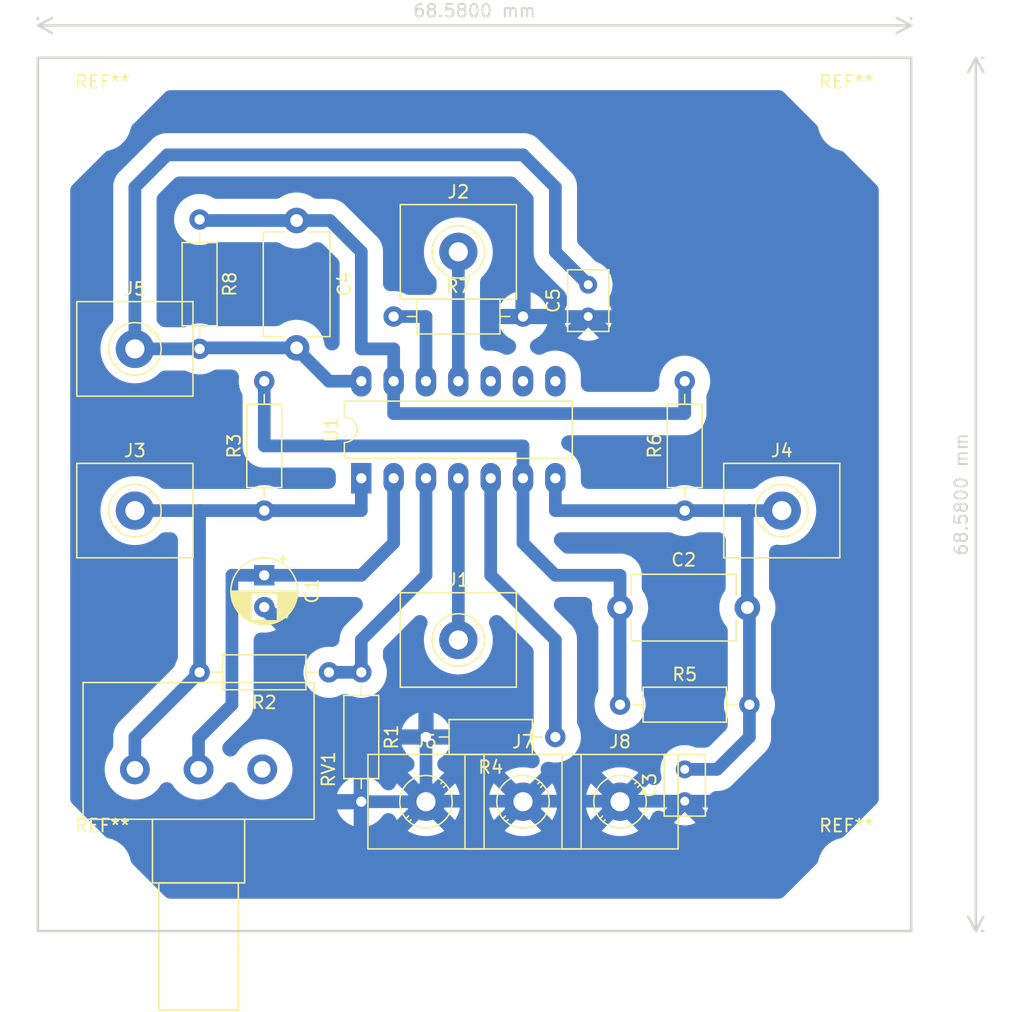
<source format=kicad_pcb>
(kicad_pcb (version 20211014) (generator pcbnew)
  (layers (0 "F.Cu" signal) (31 "B.Cu" signal) (34 "B.Paste" user) (35 "F.Paste" user) (36 "B.SilkS" user "B.Silkscreen") (37 "F.SilkS" user "F.Silkscreen") (38 "B.Mask" user) (39 "F.Mask" user) (44 "Edge.Cuts" user))
  (net 0 "")
  (net 1 "Net-(C1-Pad1)")
  (net 2 "GND")
  (net 3 "Net-(C2-Pad1)")
  (net 4 "Net-(C2-Pad2)")
  (net 5 "Net-(C4-Pad1)")
  (net 6 "Net-(C4-Pad2)")
  (net 7 "Net-(J1-Pad1)")
  (net 8 "Net-(J2-Pad1)")
  (net 9 "Net-(J3-Pad1)")
  (net 10 "Net-(R1-Pad1)")
  (net 11 "Net-(R4-Pad1)")
  (net 12 "Net-(R7-Pad1)")
  (footprint "TerminalBlock_MetzConnect:TerminalBlock_MetzConnect_360271_1x01_Horizontal_ScrewM3.0_Boxed" (layer "F.Cu") (at 144.78 55.88)
    (fp_text reference "J2" (at 0 -4.71) (layer "F.SilkS"))
    (fp_text value "Conn_01x01")
    (fp_line (start -1.376 1.124) (end -1.563 1.311) (layer "F.SilkS") (width 0.12))
    (fp_line (start -1.168 1.419) (end -1.312 1.563) (layer "F.SilkS") (width 0.12))
    (fp_line (start 1.563 -1.311) (end 1.376 -1.125) (layer "F.SilkS") (width 0.12))
    (fp_line (start -4.56 3.71) (end 4.56 3.71) (layer "F.SilkS") (width 0.12))
    (fp_line (start 4.56 -3.71) (end 4.56 3.71) (layer "F.SilkS") (width 0.12))
    (fp_line (start -4.56 -3.71) (end -4.56 3.71) (layer "F.SilkS") (width 0.12))
    (fp_line (start -4.56 -3.71) (end 4.56 -3.71) (layer "F.SilkS") (width 0.12))
    (fp_line (start 1.312 -1.563) (end 1.168 -1.419) (layer "F.SilkS") (width 0.12))
    (fp_circle (center 0 0) (end 2.06 0) (layer "F.SilkS") (width 0.12) (fill none))
    (pad "1" thru_hole circle (at 0 0) (size 3 3) (drill 1.5) (layers *.Cu *.Mask) (net 8 "Net-(J2-Pad1)"))
  )
  (footprint "MountingHole:MountingHole_2.1mm" (layer "F.Cu") (at 175.26 45.72)
    (fp_text reference "REF**" (at 0 -3.2) (layer "F.SilkS"))
    (fp_text value "MountingHole_2.1mm")
    (pad "" np_thru_hole circle (at 0 0) (size 2.1 2.1) (drill 2.1) (layers *.Cu *.Mask))
  )
  (footprint "TerminalBlock_MetzConnect:TerminalBlock_MetzConnect_360271_1x01_Horizontal_ScrewM3.0_Boxed" (layer "F.Cu") (at 142.24 99.06)
    (fp_text reference "J6" (at 0 -4.71) (layer "F.SilkS"))
    (fp_text value "Conn_01x01")
    (fp_line (start 1.563 -1.311) (end 1.376 -1.125) (layer "F.SilkS") (width 0.12))
    (fp_line (start 4.56 -3.71) (end 4.56 3.71) (layer "F.SilkS") (width 0.12))
    (fp_line (start -4.56 -3.71) (end 4.56 -3.71) (layer "F.SilkS") (width 0.12))
    (fp_line (start 1.312 -1.563) (end 1.168 -1.419) (layer "F.SilkS") (width 0.12))
    (fp_line (start -1.376 1.124) (end -1.563 1.311) (layer "F.SilkS") (width 0.12))
    (fp_line (start -4.56 -3.71) (end -4.56 3.71) (layer "F.SilkS") (width 0.12))
    (fp_line (start -1.168 1.419) (end -1.312 1.563) (layer "F.SilkS") (width 0.12))
    (fp_line (start -4.56 3.71) (end 4.56 3.71) (layer "F.SilkS") (width 0.12))
    (fp_circle (center 0 0) (end 2.06 0) (layer "F.SilkS") (width 0.12) (fill none))
    (pad "1" thru_hole circle (at 0 0) (size 3 3) (drill 1.5) (layers *.Cu *.Mask) (net 2 "GND"))
  )
  (footprint "MountingHole:MountingHole_2.1mm" (layer "F.Cu") (at 116.84 104.14)
    (fp_text reference "REF**" (at 0 -3.2) (layer "F.SilkS"))
    (fp_text value "MountingHole_2.1mm")
    (pad "" np_thru_hole circle (at 0 0) (size 2.1 2.1) (drill 2.1) (layers *.Cu *.Mask))
  )
  (footprint "MountingHole:MountingHole_2.1mm" (layer "F.Cu") (at 116.84 45.72)
    (fp_text reference "REF**" (at 0 -3.2) (layer "F.SilkS"))
    (fp_text value "MountingHole_2.1mm")
    (pad "" np_thru_hole circle (at 0 0) (size 2.1 2.1) (drill 2.1) (layers *.Cu *.Mask))
  )
  (footprint "Resistor_THT:R_Axial_DIN0207_L6.3mm_D2.5mm_P10.16mm_Horizontal" (layer "F.Cu") (at 124.46 53.34 -90)
    (fp_text reference "R8" (at 5.08 -2.37 90) (layer "F.SilkS"))
    (fp_text value "10k")
    (fp_line (start 1.81 -1.37) (end 1.81 1.37) (layer "F.SilkS") (width 0.12))
    (fp_line (start 9.12 0) (end 8.35 0) (layer "F.SilkS") (width 0.12))
    (fp_line (start 1.81 1.37) (end 8.35 1.37) (layer "F.SilkS") (width 0.12))
    (fp_line (start 1.04 0) (end 1.81 0) (layer "F.SilkS") (width 0.12))
    (fp_line (start 8.35 -1.37) (end 1.81 -1.37) (layer "F.SilkS") (width 0.12))
    (fp_line (start 8.35 1.37) (end 8.35 -1.37) (layer "F.SilkS") (width 0.12))
    (pad "1" thru_hole circle (at 0 0 270) (size 1.6 1.6) (drill 0.8) (layers *.Cu *.Mask) (net 5 "Net-(C4-Pad1)"))
    (pad "2" thru_hole oval (at 10.16 0 270) (size 1.6 1.6) (drill 0.8) (layers *.Cu *.Mask) (net 6 "Net-(C4-Pad2)"))
  )
  (footprint "TerminalBlock_MetzConnect:TerminalBlock_MetzConnect_360271_1x01_Horizontal_ScrewM3.0_Boxed" (layer "F.Cu") (at 144.78 86.36)
    (fp_text reference "J1" (at 0 -4.71) (layer "F.SilkS"))
    (fp_text value "Conn_01x01")
    (fp_line (start -4.56 3.71) (end 4.56 3.71) (layer "F.SilkS") (width 0.12))
    (fp_line (start -4.56 -3.71) (end 4.56 -3.71) (layer "F.SilkS") (width 0.12))
    (fp_line (start 4.56 -3.71) (end 4.56 3.71) (layer "F.SilkS") (width 0.12))
    (fp_line (start 1.563 -1.311) (end 1.376 -1.125) (layer "F.SilkS") (width 0.12))
    (fp_line (start -4.56 -3.71) (end -4.56 3.71) (layer "F.SilkS") (width 0.12))
    (fp_line (start -1.376 1.124) (end -1.563 1.311) (layer "F.SilkS") (width 0.12))
    (fp_line (start 1.312 -1.563) (end 1.168 -1.419) (layer "F.SilkS") (width 0.12))
    (fp_line (start -1.168 1.419) (end -1.312 1.563) (layer "F.SilkS") (width 0.12))
    (fp_circle (center 0 0) (end 2.06 0) (layer "F.SilkS") (width 0.12) (fill none))
    (pad "1" thru_hole circle (at 0 0) (size 3 3) (drill 1.5) (layers *.Cu *.Mask) (net 7 "Net-(J1-Pad1)"))
  )
  (footprint "Capacitor_THT:C_Rect_L4.6mm_W3.0mm_P2.50mm_MKS02_FKP02" (layer "F.Cu") (at 162.56 99.02 90)
    (fp_text reference "C3" (at 1.25 -2.75 90) (layer "F.SilkS"))
    (fp_text value "C")
    (fp_line (start -1.17 1.62) (end 3.67 1.62) (layer "F.SilkS") (width 0.12))
    (fp_line (start -1.17 -1.62) (end -1.17 1.62) (layer "F.SilkS") (width 0.12))
    (fp_line (start -1.17 -1.62) (end 3.67 -1.62) (layer "F.SilkS") (width 0.12))
    (fp_line (start 3.67 -1.62) (end 3.67 1.62) (layer "F.SilkS") (width 0.12))
    (pad "1" thru_hole circle (at 0 0 90) (size 1.4 1.4) (drill 0.7) (layers *.Cu *.Mask) (net 2 "GND"))
    (pad "2" thru_hole circle (at 2.5 0 90) (size 1.4 1.4) (drill 0.7) (layers *.Cu *.Mask) (net 4 "Net-(C2-Pad2)"))
  )
  (footprint "TerminalBlock_MetzConnect:TerminalBlock_MetzConnect_360271_1x01_Horizontal_ScrewM3.0_Boxed" (layer "F.Cu") (at 119.38 63.5)
    (fp_text reference "J5" (at 0 -4.71) (layer "F.SilkS"))
    (fp_text value "Conn_01x01")
    (fp_line (start 1.312 -1.563) (end 1.168 -1.419) (layer "F.SilkS") (width 0.12))
    (fp_line (start 1.563 -1.311) (end 1.376 -1.125) (layer "F.SilkS") (width 0.12))
    (fp_line (start -1.376 1.124) (end -1.563 1.311) (layer "F.SilkS") (width 0.12))
    (fp_line (start -1.168 1.419) (end -1.312 1.563) (layer "F.SilkS") (width 0.12))
    (fp_line (start -4.56 3.71) (end 4.56 3.71) (layer "F.SilkS") (width 0.12))
    (fp_line (start -4.56 -3.71) (end -4.56 3.71) (layer "F.SilkS") (width 0.12))
    (fp_line (start 4.56 -3.71) (end 4.56 3.71) (layer "F.SilkS") (width 0.12))
    (fp_line (start -4.56 -3.71) (end 4.56 -3.71) (layer "F.SilkS") (width 0.12))
    (fp_circle (center 0 0) (end 2.06 0) (layer "F.SilkS") (width 0.12) (fill none))
    (pad "1" thru_hole circle (at 0 0) (size 3 3) (drill 1.5) (layers *.Cu *.Mask) (net 6 "Net-(C4-Pad2)"))
  )
  (footprint "Capacitor_THT:C_Disc_D8.0mm_W5.0mm_P10.00mm" (layer "F.Cu") (at 132.08 53.42 -90)
    (fp_text reference "C4" (at 5 -3.75 90) (layer "F.SilkS"))
    (fp_text value "C")
    (fp_line (start 0.88 -2.62) (end 0.88 -0.946) (layer "F.SilkS") (width 0.12))
    (fp_line (start 0.88 0.946) (end 0.88 2.62) (layer "F.SilkS") (width 0.12))
    (fp_line (start 9.12 -2.62) (end 9.12 -0.946) (layer "F.SilkS") (width 0.12))
    (fp_line (start 0.88 -2.62) (end 9.12 -2.62) (layer "F.SilkS") (width 0.12))
    (fp_line (start 9.12 0.946) (end 9.12 2.62) (layer "F.SilkS") (width 0.12))
    (fp_line (start 0.88 2.62) (end 9.12 2.62) (layer "F.SilkS") (width 0.12))
    (pad "1" thru_hole circle (at 0 0 270) (size 2 2) (drill 1) (layers *.Cu *.Mask) (net 5 "Net-(C4-Pad1)"))
    (pad "2" thru_hole circle (at 10 0 270) (size 2 2) (drill 1) (layers *.Cu *.Mask) (net 6 "Net-(C4-Pad2)"))
  )
  (footprint "Resistor_THT:R_Axial_DIN0207_L6.3mm_D2.5mm_P10.16mm_Horizontal" (layer "F.Cu") (at 129.54 76.2 90)
    (fp_text reference "R3" (at 5.08 -2.37 90) (layer "F.SilkS"))
    (fp_text value "10k")
    (fp_line (start 8.35 -1.37) (end 1.81 -1.37) (layer "F.SilkS") (width 0.12))
    (fp_line (start 1.81 1.37) (end 8.35 1.37) (layer "F.SilkS") (width 0.12))
    (fp_line (start 1.04 0) (end 1.81 0) (layer "F.SilkS") (width 0.12))
    (fp_line (start 1.81 -1.37) (end 1.81 1.37) (layer "F.SilkS") (width 0.12))
    (fp_line (start 8.35 1.37) (end 8.35 -1.37) (layer "F.SilkS") (width 0.12))
    (fp_line (start 9.12 0) (end 8.35 0) (layer "F.SilkS") (width 0.12))
    (pad "1" thru_hole circle (at 0 0 90) (size 1.6 1.6) (drill 0.8) (layers *.Cu *.Mask) (net 9 "Net-(J3-Pad1)"))
    (pad "2" thru_hole oval (at 10.16 0 90) (size 1.6 1.6) (drill 0.8) (layers *.Cu *.Mask) (net 3 "Net-(C2-Pad1)"))
  )
  (footprint "TerminalBlock_MetzConnect:TerminalBlock_MetzConnect_360271_1x01_Horizontal_ScrewM3.0_Boxed" (layer "F.Cu") (at 149.86 99.06)
    (fp_text reference "J7" (at 0 -4.71) (layer "F.SilkS"))
    (fp_text value "Conn_01x01")
    (fp_line (start -1.168 1.419) (end -1.312 1.563) (layer "F.SilkS") (width 0.12))
    (fp_line (start 4.56 -3.71) (end 4.56 3.71) (layer "F.SilkS") (width 0.12))
    (fp_line (start -4.56 3.71) (end 4.56 3.71) (layer "F.SilkS") (width 0.12))
    (fp_line (start -1.376 1.124) (end -1.563 1.311) (layer "F.SilkS") (width 0.12))
    (fp_line (start 1.312 -1.563) (end 1.168 -1.419) (layer "F.SilkS") (width 0.12))
    (fp_line (start -4.56 -3.71) (end 4.56 -3.71) (layer "F.SilkS") (width 0.12))
    (fp_line (start 1.563 -1.311) (end 1.376 -1.125) (layer "F.SilkS") (width 0.12))
    (fp_line (start -4.56 -3.71) (end -4.56 3.71) (layer "F.SilkS") (width 0.12))
    (fp_circle (center 0 0) (end 2.06 0) (layer "F.SilkS") (width 0.12) (fill none))
    (pad "1" thru_hole circle (at 0 0) (size 3 3) (drill 1.5) (layers *.Cu *.Mask) (net 2 "GND"))
  )
  (footprint "MountingHole:MountingHole_2.1mm" (layer "F.Cu") (at 175.26 104.14)
    (fp_text reference "REF**" (at 0 -3.2) (layer "F.SilkS"))
    (fp_text value "MountingHole_2.1mm")
    (pad "" np_thru_hole circle (at 0 0) (size 2.1 2.1) (drill 2.1) (layers *.Cu *.Mask))
  )
  (footprint "Resistor_THT:R_Axial_DIN0207_L6.3mm_D2.5mm_P10.16mm_Horizontal" (layer "F.Cu") (at 152.4 93.98 180)
    (fp_text reference "R4" (at 5.08 -2.37) (layer "F.SilkS"))
    (fp_text value "10k")
    (fp_line (start 8.35 -1.37) (end 1.81 -1.37) (layer "F.SilkS") (width 0.12))
    (fp_line (start 1.81 -1.37) (end 1.81 1.37) (layer "F.SilkS") (width 0.12))
    (fp_line (start 9.12 0) (end 8.35 0) (layer "F.SilkS") (width 0.12))
    (fp_line (start 1.04 0) (end 1.81 0) (layer "F.SilkS") (width 0.12))
    (fp_line (start 1.81 1.37) (end 8.35 1.37) (layer "F.SilkS") (width 0.12))
    (fp_line (start 8.35 1.37) (end 8.35 -1.37) (layer "F.SilkS") (width 0.12))
    (pad "1" thru_hole circle (at 0 0 180) (size 1.6 1.6) (drill 0.8) (layers *.Cu *.Mask) (net 11 "Net-(R4-Pad1)"))
    (pad "2" thru_hole oval (at 10.16 0 180) (size 1.6 1.6) (drill 0.8) (layers *.Cu *.Mask) (net 2 "GND"))
  )
  (footprint "Resistor_THT:R_Axial_DIN0207_L6.3mm_D2.5mm_P10.16mm_Horizontal" (layer "F.Cu") (at 139.7 60.96)
    (fp_text reference "R7" (at 5.08 -2.37) (layer "F.SilkS"))
    (fp_text value "10k")
    (fp_line (start 1.04 0) (end 1.81 0) (layer "F.SilkS") (width 0.12))
    (fp_line (start 1.81 1.37) (end 8.35 1.37) (layer "F.SilkS") (width 0.12))
    (fp_line (start 1.81 -1.37) (end 1.81 1.37) (layer "F.SilkS") (width 0.12))
    (fp_line (start 8.35 -1.37) (end 1.81 -1.37) (layer "F.SilkS") (width 0.12))
    (fp_line (start 8.35 1.37) (end 8.35 -1.37) (layer "F.SilkS") (width 0.12))
    (fp_line (start 9.12 0) (end 8.35 0) (layer "F.SilkS") (width 0.12))
    (pad "1" thru_hole circle (at 0 0) (size 1.6 1.6) (drill 0.8) (layers *.Cu *.Mask) (net 12 "Net-(R7-Pad1)"))
    (pad "2" thru_hole oval (at 10.16 0) (size 1.6 1.6) (drill 0.8) (layers *.Cu *.Mask) (net 2 "GND"))
  )
  (footprint "Capacitor_THT:C_Rect_L4.6mm_W3.0mm_P2.50mm_MKS02_FKP02" (layer "F.Cu") (at 154.98 60.96 90)
    (fp_text reference "C5" (at 1.25 -2.75 90) (layer "F.SilkS"))
    (fp_text value "C")
    (fp_line (start -1.17 -1.62) (end -1.17 1.62) (layer "F.SilkS") (width 0.12))
    (fp_line (start 3.67 -1.62) (end 3.67 1.62) (layer "F.SilkS") (width 0.12))
    (fp_line (start -1.17 1.62) (end 3.67 1.62) (layer "F.SilkS") (width 0.12))
    (fp_line (start -1.17 -1.62) (end 3.67 -1.62) (layer "F.SilkS") (width 0.12))
    (pad "1" thru_hole circle (at 0 0 90) (size 1.4 1.4) (drill 0.7) (layers *.Cu *.Mask) (net 2 "GND"))
    (pad "2" thru_hole circle (at 2.5 0 90) (size 1.4 1.4) (drill 0.7) (layers *.Cu *.Mask) (net 6 "Net-(C4-Pad2)"))
  )
  (footprint "Package_DIP:DIP-14_W7.62mm_LongPads" (layer "F.Cu") (at 137.16 73.66 90)
    (fp_text reference "U1" (at 3.81 -2.33 90) (layer "F.SilkS"))
    (fp_text value "LM324A")
    (fp_line (start 6.06 -1.33) (end 4.81 -1.33) (layer "F.SilkS") (width 0.12))
    (fp_line (start 2.81 -1.33) (end 1.56 -1.33) (layer "F.SilkS") (width 0.12))
    (fp_line (start 1.56 -1.33) (end 1.56 16.57) (layer "F.SilkS") (width 0.12))
    (fp_line (start 1.56 16.57) (end 6.06 16.57) (layer "F.SilkS") (width 0.12))
    (fp_line (start 6.06 16.57) (end 6.06 -1.33) (layer "F.SilkS") (width 0.12))
    (fp_arc (start 4.81 -1.33) (mid 3.81 -0.33) (end 2.81 -1.33) (layer "F.SilkS") (width 0.12))
    (pad "1" thru_hole rect (at 0 0 90) (size 2.4 1.6) (drill 0.8) (layers *.Cu *.Mask) (net 9 "Net-(J3-Pad1)"))
    (pad "2" thru_hole oval (at 0 2.54 90) (size 2.4 1.6) (drill 0.8) (layers *.Cu *.Mask) (net 1 "Net-(C1-Pad1)"))
    (pad "3" thru_hole oval (at 0 5.08 90) (size 2.4 1.6) (drill 0.8) (layers *.Cu *.Mask) (net 10 "Net-(R1-Pad1)"))
    (pad "4" thru_hole oval (at 0 7.62 90) (size 2.4 1.6) (drill 0.8) (layers *.Cu *.Mask) (net 7 "Net-(J1-Pad1)"))
    (pad "5" thru_hole oval (at 0 10.16 90) (size 2.4 1.6) (drill 0.8) (layers *.Cu *.Mask) (net 11 "Net-(R4-Pad1)"))
    (pad "6" thru_hole oval (at 0 12.7 90) (size 2.4 1.6) (drill 0.8) (layers *.Cu *.Mask) (net 3 "Net-(C2-Pad1)"))
    (pad "7" thru_hole oval (at 0 15.24 90) (size 2.4 1.6) (drill 0.8) (layers *.Cu *.Mask) (net 4 "Net-(C2-Pad2)"))
    (pad "8" thru_hole oval (at 7.62 15.24 90) (size 2.4 1.6) (drill 0.8) (layers *.Cu *.Mask))
    (pad "9" thru_hole oval (at 7.62 12.7 90) (size 2.4 1.6) (drill 0.8) (layers *.Cu *.Mask))
    (pad "10" thru_hole oval (at 7.62 10.16 90) (size 2.4 1.6) (drill 0.8) (layers *.Cu *.Mask))
    (pad "11" thru_hole oval (at 7.62 7.62 90) (size 2.4 1.6) (drill 0.8) (layers *.Cu *.Mask) (net 8 "Net-(J2-Pad1)"))
    (pad "12" thru_hole oval (at 7.62 5.08 90) (size 2.4 1.6) (drill 0.8) (layers *.Cu *.Mask) (net 12 "Net-(R7-Pad1)"))
    (pad "13" thru_hole oval (at 7.62 2.54 90) (size 2.4 1.6) (drill 0.8) (layers *.Cu *.Mask) (net 5 "Net-(C4-Pad1)"))
    (pad "14" thru_hole oval (at 7.62 0 90) (size 2.4 1.6) (drill 0.8) (layers *.Cu *.Mask) (net 6 "Net-(C4-Pad2)"))
  )
  (footprint "Potentiometer_THT:Potentiometer_Alps_RK163_Single_Horizontal" (layer "F.Cu") (at 119.38 96.52 -90)
    (fp_text reference "RV1" (at 0 -15.2 90) (layer "F.SilkS"))
    (fp_text value "100k")
    (fp_line (start -6.82 -14.07) (end 3.92 -14.07) (layer "F.SilkS") (width 0.12))
    (fp_line (start 3.92 -8.62) (end 8.92 -8.62) (layer "F.SilkS") (width 0.12))
    (fp_line (start -6.82 4.07) (end 3.92 4.07) (layer "F.SilkS") (width 0.12))
    (fp_line (start 8.92 -1.879) (end 18.92 -1.879) (layer "F.SilkS") (width 0.12))
    (fp_line (start 3.92 -8.62) (end 3.92 -1.38) (layer "F.SilkS") (width 0.12))
    (fp_line (start 8.92 -8.62) (end 8.92 -1.38) (layer "F.SilkS") (width 0.12))
    (fp_line (start 18.92 -8.12) (end 18.92 -1.879) (layer "F.SilkS") (width 0.12))
    (fp_line (start 8.92 -8.12) (end 8.92 -1.879) (layer "F.SilkS") (width 0.12))
    (fp_line (start -6.82 -14.07) (end -6.82 4.07) (layer "F.SilkS") (width 0.12))
    (fp_line (start 3.92 -14.07) (end 3.92 4.07) (layer "F.SilkS") (width 0.12))
    (fp_line (start 8.92 -8.12) (end 18.92 -8.12) (layer "F.SilkS") (width 0.12))
    (fp_line (start 3.92 -1.38) (end 8.92 -1.38) (layer "F.SilkS") (width 0.12))
    (pad "1" thru_hole circle (at 0 0 270) (size 2.34 2.34) (drill 1.3) (layers *.Cu *.Mask) (net 9 "Net-(J3-Pad1)"))
    (pad "2" thru_hole circle (at 0 -5 270) (size 2.34 2.34) (drill 1.3) (layers *.Cu *.Mask) (net 1 "Net-(C1-Pad1)"))
    (pad "3" thru_hole circle (at 0 -10 270) (size 2.34 2.34) (drill 1.3) (layers *.Cu *.Mask))
  )
  (footprint "TerminalBlock_MetzConnect:TerminalBlock_MetzConnect_360271_1x01_Horizontal_ScrewM3.0_Boxed" (layer "F.Cu") (at 119.38 76.2)
    (fp_text reference "J3" (at 0 -4.71) (layer "F.SilkS"))
    (fp_text value "Conn_01x01")
    (fp_line (start 4.56 -3.71) (end 4.56 3.71) (layer "F.SilkS") (width 0.12))
    (fp_line (start 1.563 -1.311) (end 1.376 -1.125) (layer "F.SilkS") (width 0.12))
    (fp_line (start -4.56 -3.71) (end 4.56 -3.71) (layer "F.SilkS") (width 0.12))
    (fp_line (start -4.56 -3.71) (end -4.56 3.71) (layer "F.SilkS") (width 0.12))
    (fp_line (start -4.56 3.71) (end 4.56 3.71) (layer "F.SilkS") (width 0.12))
    (fp_line (start -1.376 1.124) (end -1.563 1.311) (layer "F.SilkS") (width 0.12))
    (fp_line (start -1.168 1.419) (end -1.312 1.563) (layer "F.SilkS") (width 0.12))
    (fp_line (start 1.312 -1.563) (end 1.168 -1.419) (layer "F.SilkS") (width 0.12))
    (fp_circle (center 0 0) (end 2.06 0) (layer "F.SilkS") (width 0.12) (fill none))
    (pad "1" thru_hole circle (at 0 0) (size 3 3) (drill 1.5) (layers *.Cu *.Mask) (net 9 "Net-(J3-Pad1)"))
  )
  (footprint "Capacitor_THT:C_Disc_D8.0mm_W5.0mm_P10.00mm" (layer "F.Cu") (at 157.48 83.82)
    (fp_text reference "C2" (at 5 -3.75) (layer "F.SilkS"))
    (fp_text value "C")
    (fp_line (start 9.12 0.946) (end 9.12 2.62) (layer "F.SilkS") (width 0.12))
    (fp_line (start 0.88 -2.62) (end 0.88 -0.946) (layer "F.SilkS") (width 0.12))
    (fp_line (start 0.88 2.62) (end 9.12 2.62) (layer "F.SilkS") (width 0.12))
    (fp_line (start 0.88 -2.62) (end 9.12 -2.62) (layer "F.SilkS") (width 0.12))
    (fp_line (start 0.88 0.946) (end 0.88 2.62) (layer "F.SilkS") (width 0.12))
    (fp_line (start 9.12 -2.62) (end 9.12 -0.946) (layer "F.SilkS") (width 0.12))
    (pad "1" thru_hole circle (at 0 0) (size 2 2) (drill 1) (layers *.Cu *.Mask) (net 3 "Net-(C2-Pad1)"))
    (pad "2" thru_hole circle (at 10 0) (size 2 2) (drill 1) (layers *.Cu *.Mask) (net 4 "Net-(C2-Pad2)"))
  )
  (footprint "Resistor_THT:R_Axial_DIN0207_L6.3mm_D2.5mm_P10.16mm_Horizontal" (layer "F.Cu") (at 162.56 76.2 90)
    (fp_text reference "R6" (at 5.08 -2.37 90) (layer "F.SilkS"))
    (fp_text value "10k")
    (fp_line (start 8.35 -1.37) (end 1.81 -1.37) (layer "F.SilkS") (width 0.12))
    (fp_line (start 1.04 0) (end 1.81 0) (layer "F.SilkS") (width 0.12))
    (fp_line (start 8.35 1.37) (end 8.35 -1.37) (layer "F.SilkS") (width 0.12))
    (fp_line (start 1.81 -1.37) (end 1.81 1.37) (layer "F.SilkS") (width 0.12))
    (fp_line (start 1.81 1.37) (end 8.35 1.37) (layer "F.SilkS") (width 0.12))
    (fp_line (start 9.12 0) (end 8.35 0) (layer "F.SilkS") (width 0.12))
    (pad "1" thru_hole circle (at 0 0 90) (size 1.6 1.6) (drill 0.8) (layers *.Cu *.Mask) (net 4 "Net-(C2-Pad2)"))
    (pad "2" thru_hole oval (at 10.16 0 90) (size 1.6 1.6) (drill 0.8) (layers *.Cu *.Mask) (net 5 "Net-(C4-Pad1)"))
  )
  (footprint "Capacitor_THT:CP_Radial_D5.0mm_P2.50mm" (layer "F.Cu") (at 129.54 81.28 -90)
    (fp_text reference "C1" (at 1.25 -3.75 90) (layer "F.SilkS"))
    (fp_text value "1u")
    (fp_line (start 1.93 1.04) (end 1.93 2.491) (layer "F.SilkS") (width 0.12))
    (fp_line (start 1.73 1.04) (end 1.73 2.536) (layer "F.SilkS") (width 0.12))
    (fp_line (start 2.171 -2.414) (end 2.171 -1.04) (layer "F.SilkS") (width 0.12))
    (fp_line (start 1.81 1.04) (end 1.81 2.52) (layer "F.SilkS") (width 0.12))
    (fp_line (start 3.131 1.04) (end 3.131 1.785) (layer "F.SilkS") (width 0.12))
    (fp_line (start 1.57 1.04) (end 1.57 2.561) (layer "F.SilkS") (width 0.12))
    (fp_line (start 2.451 -2.29) (end 2.451 -1.04) (layer "F.SilkS") (width 0.12))
    (fp_line (start 3.171 -1.743) (end 3.171 -1.04) (layer "F.SilkS") (width 0.12))
    (fp_line (start 2.891 1.04) (end 2.891 2.004) (layer "F.SilkS") (width 0.12))
    (fp_line (start 3.211 -1.699) (end 3.211 -1.04) (layer "F.SilkS") (width 0.12))
    (fp_line (start 2.611 -2.2) (end 2.611 -1.04) (layer "F.SilkS") (width 0.12))
    (fp_line (start 2.571 1.04) (end 2.571 2.224) (layer "F.SilkS") (width 0.12))
    (fp_line (start 1.49 -2.569) (end 1.49 -1.04) (layer "F.SilkS") (width 0.12))
    (fp_line (start 3.211 1.04) (end 3.211 1.699) (layer "F.SilkS") (width 0.12))
    (fp_line (start 2.331 1.04) (end 2.331 2.348) (layer "F.SilkS") (width 0.12))
    (fp_line (start 2.811 1.04) (end 2.811 2.065) (layer "F.SilkS") (width 0.12))
    (fp_line (start 3.771 -0.677) (end 3.771 0.677) (layer "F.SilkS") (width 0.12))
    (fp_line (start 2.211 1.04) (end 2.211 2.398) (layer "F.SilkS") (width 0.12))
    (fp_line (start 2.571 -2.224) (end 2.571 -1.04) (layer "F.SilkS") (width 0.12))
    (fp_line (start -1.554775 -1.475) (end -1.054775 -1.475) (layer "F.SilkS") (width 0.12))
    (fp_line (start 2.931 1.04) (end 2.931 1.971) (layer "F.SilkS") (width 0.12))
    (fp_line (start 2.891 -2.004) (end 2.891 -1.04) (layer "F.SilkS") (width 0.12))
    (fp_line (start 1.25 -2.58) (end 1.25 2.58) (layer "F.SilkS") (width 0.12))
    (fp_line (start 3.491 -1.319) (end 3.491 -1.04) (layer "F.SilkS") (width 0.12))
    (fp_line (start 3.531 -1.251) (end 3.531 -1.04) (layer "F.SilkS") (width 0.12))
    (fp_line (start 3.691 -0.915) (end 3.691 0.915) (layer "F.SilkS") (width 0.12))
    (fp_line (start 2.491 1.04) (end 2.491 2.268) (layer "F.SilkS") (width 0.12))
    (fp_line (start 3.051 1.04) (end 3.051 1.864) (layer "F.SilkS") (width 0.12))
    (fp_line (start 1.93 -2.491) (end 1.93 -1.04) (layer "F.SilkS") (width 0.12))
    (fp_line (start 2.291 1.04) (end 2.291 2.365) (layer "F.SilkS") (width 0.12))
    (fp_line (start 1.37 -2.578) (end 1.37 2.578) (layer "F.SilkS") (width 0.12))
    (fp_line (start 1.61 1.04) (end 1.61 2.556) (layer "F.SilkS") (width 0.12))
    (fp_line (start 1.85 -2.511) (end 1.85 -1.04) (layer "F.SilkS") (width 0.12))
    (fp_line (start 2.011 1.04) (end 2.011 2.468) (layer "F.SilkS") (width 0.12))
    (fp_line (start 3.371 -1.5) (end 3.371 -1.04) (layer "F.SilkS") (width 0.12))
    (fp_line (start 2.371 -2.329) (end 2.371 -1.04) (layer "F.SilkS") (width 0.12))
    (fp_line (start 1.89 -2.501) (end 1.89 -1.04) (layer "F.SilkS") (width 0.12))
    (fp_line (start 2.251 1.04) (end 2.251 2.382) (layer "F.SilkS") (width 0.12))
    (fp_line (start 2.051 1.04) (end 2.051 2.455) (layer "F.SilkS") (width 0.12))
    (fp_line (start 3.051 -1.864) (end 3.051 -1.04) (layer "F.SilkS") (width 0.12))
    (fp_line (start 3.851 -0.284) (end 3.851 0.284) (layer "F.SilkS") (width 0.12))
    (fp_line (start 3.131 -1.785) (end 3.131 -1.04) (layer "F.SilkS") (width 0.12))
    (fp_line (start 2.691 1.04) (end 2.691 2.149) (layer "F.SilkS") (width 0.12))
    (fp_line (start 2.731 1.04) (end 2.731 2.122) (layer "F.SilkS") (width 0.12))
    (fp_line (start 3.091 -1.826) (end 3.091 -1.04) (layer "F.SilkS") (width 0.12))
    (fp_line (start 2.531 -2.247) (end 2.531 -1.04) (layer "F.SilkS") (width 0.12))
    (fp_line (start -1.304775 -1.725) (end -1.304775 -1.225) (layer "F.SilkS") (width 0.12))
    (fp_line (start 3.171 1.04) (end 3.171 1.743) (layer "F.SilkS") (width 0.12))
    (fp_line (start 3.491 1.04) (end 3.491 1.319) (layer "F.SilkS") (width 0.12))
    (fp_line (start 2.971 1.04) (end 2.971 1.937) (layer "F.SilkS") (width 0.12))
    (fp_line (start 2.531 1.04) (end 2.531 2.247) (layer "F.SilkS") (width 0.12))
    (fp_line (start 3.571 -1.178) (end 3.571 1.178) (layer "F.SilkS") (width 0.12))
    (fp_line (start 3.291 1.04) (end 3.291 1.605) (layer "F.SilkS") (width 0.12))
    (fp_line (start 3.291 -1.605) (end 3.291 -1.04) (layer "F.SilkS") (width 0.12))
    (fp_line (start 2.731 -2.122) (end 2.731 -1.04) (layer "F.SilkS") (width 0.12))
    (fp_line (start 3.531 1.04) (end 3.531 1.251) (layer "F.SilkS") (width 0.12))
    (fp_line (start 1.29 -2.58) (end 1.29 2.58) (layer "F.SilkS") (width 0.12))
    (fp_line (start 2.251 -2.382) (end 2.251 -1.04) (layer "F.SilkS") (width 0.12))
    (fp_line (start 2.691 -2.149) (end 2.691 -1.04) (layer "F.SilkS") (width 0.12))
    (fp_line (start 3.651 -1.011) (end 3.651 1.011) (layer "F.SilkS") (width 0.12))
    (fp_line (start 2.611 1.04) (end 2.611 2.2) (layer "F.SilkS") (width 0.12))
    (fp_line (start 1.65 1.04) (end 1.65 2.55) (layer "F.SilkS") (width 0.12))
    (fp_line (start 3.731 -0.805) (end 3.731 0.805) (layer "F.SilkS") (width 0.12))
    (fp_line (start 1.41 -2.576) (end 1.41 2.576) (layer "F.SilkS") (width 0.12))
    (fp_line (start 2.091 1.04) (end 2.091 2.442) (layer "F.SilkS") (width 0.12))
    (fp_line (start 1.49 1.04) (end 1.49 2.569) (layer "F.SilkS") (width 0.12))
    (fp_line (start 3.011 1.04) (end 3.011 1.901) (layer "F.SilkS") (width 0.12))
    (fp_line (start 3.251 1.04) (end 3.251 1.653) (layer "F.SilkS") (width 0.12))
    (fp_line (start 2.051 -2.455) (end 2.051 -1.04) (layer "F.SilkS") (width 0.12))
    (fp_line (start 2.131 1.04) (end 2.131 2.428) (layer "F.SilkS") (width 0.12))
    (fp_line (start 2.771 -2.095) (end 2.771 -1.04) (layer "F.SilkS") (width 0.12))
    (fp_line (start 2.771 1.04) (end 2.771 2.095) (layer "F.SilkS") (width 0.12))
    (fp_line (start 2.971 -1.937) (end 2.971 -1.04) (layer "F.SilkS") (width 0.12))
    (fp_line (start 2.651 1.04) (end 2.651 2.175) (layer "F.SilkS") (width 0.12))
    (fp_line (start 2.851 -2.035) (end 2.851 -1.04) (layer "F.SilkS") (width 0.12))
    (fp_line (start 1.77 1.04) (end 1.77 2.528) (layer "F.SilkS") (width 0.12))
    (fp_line (start 1.85 1.04) (end 1.85 2.511) (layer "F.SilkS") (width 0.12))
    (fp_line (start 3.451 1.04) (end 3.451 1.383) (layer "F.SilkS") (width 0.12))
    (fp_line (start 2.331 -2.348) (end 2.331 -1.04) (layer "F.SilkS") (width 0.12))
    (fp_line (start 2.651 -2.175) (end 2.651 -1.04) (layer "F.SilkS") (width 0.12))
    (fp_line (start 1.33 -2.579) (end 1.33 2.579) (layer "F.SilkS") (width 0.12))
    (fp_line (start 1.971 -2.48) (end 1.971 -1.04) (layer "F.SilkS") (width 0.12))
    (fp_line (start 2.451 1.04) (end 2.451 2.29) (layer "F.SilkS") (width 0.12))
    (fp_line (start 2.411 1.04) (end 2.411 2.31) (layer "F.SilkS") (width 0.12))
    (fp_line (start 1.65 -2.55) (end 1.65 -1.04) (layer "F.SilkS") (width 0.12))
    (fp_line (start 1.45 -2.573) (end 1.45 2.573) (layer "F.SilkS") (width 0.12))
    (fp_line (start 2.131 -2.428) (end 2.131 -1.04) (layer "F.SilkS") (width 0.12))
    (fp_line (start 1.73 -2.536) (end 1.73 -1.04) (layer "F.SilkS") (width 0.12))
    (fp_line (start 1.69 -2.543) (end 1.69 -1.04) (layer "F.SilkS") (width 0.12))
    (fp_line (start 3.371 1.04) (end 3.371 1.5) (layer "F.SilkS") (width 0.12))
    (fp_line (start 3.611 -1.098) (end 3.611 1.098) (layer "F.SilkS") (width 0.12))
    (fp_line (start 2.931 -1.971) (end 2.931 -1.04) (layer "F.SilkS") (width 0.12))
    (fp_line (start 2.091 -2.442) (end 2.091 -1.04) (layer "F.SilkS") (width 0.12))
    (fp_line (start 2.851 1.04) (end 2.851 2.035) (layer "F.SilkS") (width 0.12))
    (fp_line (start 2.411 -2.31) (end 2.411 -1.04) (layer "F.SilkS") (width 0.12))
    (fp_line (start 2.811 -2.065) (end 2.811 -1.04) (layer "F.SilkS") (width 0.12))
    (fp_line (start 3.011 -1.901) (end 3.011 -1.04) (layer "F.SilkS") (width 0.12))
    (fp_line (start 3.411 -1.443) (end 3.411 -1.04) (layer "F.SilkS") (width 0.12))
    (fp_line (start 1.53 1.04) (end 1.53 2.565) (layer "F.SilkS") (width 0.12))
    (fp_line (start 2.171 1.04) (end 2.171 2.414) (layer "F.SilkS") (width 0.12))
    (fp_line (start 3.251 -1.653) (end 3.251 -1.04) (layer "F.SilkS") (width 0.12))
    (fp_line (start 1.61 -2.556) (end 1.61 -1.04) (layer "F.SilkS") (width 0.12))
    (fp_line (start 1.971 1.04) (end 1.971 2.48) (layer "F.SilkS") (width 0.12))
    (fp_line (start 2.011 -2.468) (end 2.011 -1.04) (layer "F.SilkS") (width 0.12))
    (fp_line (start 3.411 1.04) (end 3.411 1.443) (layer "F.SilkS") (width 0.12))
    (fp_line (start 3.811 -0.518) (end 3.811 0.518) (layer "F.SilkS") (width 0.12))
    (fp_line (start 1.57 -2.561) (end 1.57 -1.04) (layer "F.SilkS") (width 0.12))
    (fp_line (start 2.491 -2.268) (end 2.491 -1.04) (layer "F.SilkS") (width 0.12))
    (fp_line (start 3.331 1.04) (end 3.331 1.554) (layer "F.SilkS") (width 0.12))
    (fp_line (start 1.89 1.04) (end 1.89 2.501) (layer "F.SilkS") (width 0.12))
    (fp_line (start 3.331 -1.554) (end 3.331 -1.04) (layer "F.SilkS") (width 0.12))
    (fp_line (start 2.211 -2.398) (end 2.211 -1.04) (layer "F.SilkS") (width 0.12))
    (fp_line (start 1.53 -2.565) (end 1.53 -1.04) (layer "F.SilkS") (width 0.12))
    (fp_line (start 3.091 1.04) (end 3.091 1.826) (layer "F.SilkS") (width 0.12))
    (fp_line (start 2.291 -2.365) (end 2.291 -1.04) (layer "F.SilkS") (width 0.12))
    (fp_line (start 1.69 1.04) (end 1.69 2.543) (layer "F.SilkS") (width 0.12))
    (fp_line (start 1.81 -2.52) (end 1.81 -1.04) (layer "F.SilkS") (width 0.12))
    (fp_line (start 3.451 -1.383) (end 3.451 -1.04) (layer "F.SilkS") (width 0.12))
    (fp_line (start 2.371 1.04) (end 2.371 2.329) (layer "F.SilkS") (width 0.12))
    (fp_line (start 1.77 -2.528) (end 1.77 -1.04) (layer "F.SilkS") (width 0.12))
    (fp_circle (center 1.25 0) (end 3.87 0) (layer "F.SilkS") (width 0.12) (fill none))
    (pad "1" thru_hole rect (at 0 0 270) (size 1.6 1.6) (drill 0.8) (layers *.Cu *.Mask) (net 1 "Net-(C1-Pad1)"))
    (pad "2" thru_hole circle (at 2.5 0 270) (size 1.6 1.6) (drill 0.8) (layers *.Cu *.Mask) (net 2 "GND"))
  )
  (footprint "TerminalBlock_MetzConnect:TerminalBlock_MetzConnect_360271_1x01_Horizontal_ScrewM3.0_Boxed" (layer "F.Cu") (at 170.18 76.2)
    (fp_text reference "J4" (at 0 -4.71) (layer "F.SilkS"))
    (fp_text value "Conn_01x01")
    (fp_line (start -4.56 3.71) (end 4.56 3.71) (layer "F.SilkS") (width 0.12))
    (fp_line (start 1.312 -1.563) (end 1.168 -1.419) (layer "F.SilkS") (width 0.12))
    (fp_line (start -4.56 -3.71) (end 4.56 -3.71) (layer "F.SilkS") (width 0.12))
    (fp_line (start -1.168 1.419) (end -1.312 1.563) (layer "F.SilkS") (width 0.12))
    (fp_line (start -1.376 1.124) (end -1.563 1.311) (layer "F.SilkS") (width 0.12))
    (fp_line (start 1.563 -1.311) (end 1.376 -1.125) (layer "F.SilkS") (width 0.12))
    (fp_line (start -4.56 -3.71) (end -4.56 3.71) (layer "F.SilkS") (width 0.12))
    (fp_line (start 4.56 -3.71) (end 4.56 3.71) (layer "F.SilkS") (width 0.12))
    (fp_circle (center 0 0) (end 2.06 0) (layer "F.SilkS") (width 0.12) (fill none))
    (pad "1" thru_hole circle (at 0 0) (size 3 3) (drill 1.5) (layers *.Cu *.Mask) (net 4 "Net-(C2-Pad2)"))
  )
  (footprint "TerminalBlock_MetzConnect:TerminalBlock_MetzConnect_360271_1x01_Horizontal_ScrewM3.0_Boxed" (layer "F.Cu") (at 157.48 99.06)
    (fp_text reference "J8" (at 0 -4.71) (layer "F.SilkS"))
    (fp_text value "Conn_01x01")
    (fp_line (start -1.376 1.124) (end -1.563 1.311) (layer "F.SilkS") (width 0.12))
    (fp_line (start -4.56 -3.71) (end -4.56 3.71) (layer "F.SilkS") (width 0.12))
    (fp_line (start -4.56 3.71) (end 4.56 3.71) (layer "F.SilkS") (width 0.12))
    (fp_line (start 4.56 -3.71) (end 4.56 3.71) (layer "F.SilkS") (width 0.12))
    (fp_line (start 1.563 -1.311) (end 1.376 -1.125) (layer "F.SilkS") (width 0.12))
    (fp_line (start 1.312 -1.563) (end 1.168 -1.419) (layer "F.SilkS") (width 0.12))
    (fp_line (start -1.168 1.419) (end -1.312 1.563) (layer "F.SilkS") (width 0.12))
    (fp_line (start -4.56 -3.71) (end 4.56 -3.71) (layer "F.SilkS") (width 0.12))
    (fp_circle (center 0 0) (end 2.06 0) (layer "F.SilkS") (width 0.12) (fill none))
    (pad "1" thru_hole circle (at 0 0) (size 3 3) (drill 1.5) (layers *.Cu *.Mask) (net 2 "GND"))
  )
  (footprint "Resistor_THT:R_Axial_DIN0207_L6.3mm_D2.5mm_P10.16mm_Horizontal" (layer "F.Cu") (at 137.16 88.9 -90)
    (fp_text reference "R1" (at 5.08 -2.37 90) (layer "F.SilkS"))
    (fp_text value "10k")
    (fp_line (start 1.81 -1.37) (end 1.81 1.37) (layer "F.SilkS") (width 0.12))
    (fp_line (start 1.81 1.37) (end 8.35 1.37) (layer "F.SilkS") (width 0.12))
    (fp_line (start 8.35 -1.37) (end 1.81 -1.37) (layer "F.SilkS") (width 0.12))
    (fp_line (start 8.35 1.37) (end 8.35 -1.37) (layer "F.SilkS") (width 0.12))
    (fp_line (start 1.04 0) (end 1.81 0) (layer "F.SilkS") (width 0.12))
    (fp_line (start 9.12 0) (end 8.35 0) (layer "F.SilkS") (width 0.12))
    (pad "1" thru_hole circle (at 0 0 270) (size 1.6 1.6) (drill 0.8) (layers *.Cu *.Mask) (net 10 "Net-(R1-Pad1)"))
    (pad "2" thru_hole oval (at 10.16 0 270) (size 1.6 1.6) (drill 0.8) (layers *.Cu *.Mask) (net 2 "GND"))
  )
  (footprint "Resistor_THT:R_Axial_DIN0207_L6.3mm_D2.5mm_P10.16mm_Horizontal" (layer "F.Cu") (at 134.62 88.9 180)
    (fp_text reference "R2" (at 5.08 -2.37) (layer "F.SilkS"))
    (fp_text value "10k")
    (fp_line (start 8.35 1.37) (end 8.35 -1.37) (layer "F.SilkS") (width 0.12))
    (fp_line (start 8.35 -1.37) (end 1.81 -1.37) (layer "F.SilkS") (width 0.12))
    (fp_line (start 9.12 0) (end 8.35 0) (layer "F.SilkS") (width 0.12))
    (fp_line (start 1.81 1.37) (end 8.35 1.37) (layer "F.SilkS") (width 0.12))
    (fp_line (start 1.81 -1.37) (end 1.81 1.37) (layer "F.SilkS") (width 0.12))
    (fp_line (start 1.04 0) (end 1.81 0) (layer "F.SilkS") (width 0.12))
    (pad "1" thru_hole circle (at 0 0 180) (size 1.6 1.6) (drill 0.8) (layers *.Cu *.Mask) (net 10 "Net-(R1-Pad1)"))
    (pad "2" thru_hole oval (at 10.16 0 180) (size 1.6 1.6) (drill 0.8) (layers *.Cu *.Mask) (net 9 "Net-(J3-Pad1)"))
  )
  (footprint "Resistor_THT:R_Axial_DIN0207_L6.3mm_D2.5mm_P10.16mm_Horizontal" (layer "F.Cu") (at 157.48 91.44)
    (fp_text reference "R5" (at 5.08 -2.37) (layer "F.SilkS"))
    (fp_text value "10k")
    (fp_line (start 8.35 -1.37) (end 1.81 -1.37) (layer "F.SilkS") (width 0.12))
    (fp_line (start 1.81 -1.37) (end 1.81 1.37) (layer "F.SilkS") (width 0.12))
    (fp_line (start 8.35 1.37) (end 8.35 -1.37) (layer "F.SilkS") (width 0.12))
    (fp_line (start 9.12 0) (end 8.35 0) (layer "F.SilkS") (width 0.12))
    (fp_line (start 1.81 1.37) (end 8.35 1.37) (layer "F.SilkS") (width 0.12))
    (fp_line (start 1.04 0) (end 1.81 0) (layer "F.SilkS") (width 0.12))
    (pad "1" thru_hole circle (at 0 0) (size 1.6 1.6) (drill 0.8) (layers *.Cu *.Mask) (net 3 "Net-(C2-Pad1)"))
    (pad "2" thru_hole oval (at 10.16 0) (size 1.6 1.6) (drill 0.8) (layers *.Cu *.Mask) (net 4 "Net-(C2-Pad2)"))
  )
  (gr_rect (start 111.76 40.64) (end 180.34 109.22) (layer "Edge.Cuts") (width 0.2) (fill none))
  (dimension (type aligned) (layer "Edge.Cuts") (pts (xy 111.76 38.1) (xy 180.34 38.1)) (height 0) (gr_text "68.5800 mm" (at 146.05 36.95) (layer "Edge.Cuts") (effects (font (size 1 1) (thickness 0.15)))) (format (units 3) (units_format 1) (precision 4)) (style (thickness 0.2) (arrow_length 1.27) (text_position_mode 0) (extension_height 0.58642) (extension_offset 0.5) keep_text_aligned))
  (dimension (type aligned) (layer "Edge.Cuts") (pts (xy 185.42 40.64) (xy 185.42 109.22)) (height 0) (gr_text "68.5800 mm" (at 184.27 74.93 90) (layer "Edge.Cuts") (effects (font (size 1 1) (thickness 0.15)))) (format (units 3) (units_format 1) (precision 4)) (style (thickness 0.2) (arrow_length 1.27) (text_position_mode 0) (extension_height 0.58642) (extension_offset 0.5) keep_text_aligned))
  (segment (start 124.38 94.06) (end 127 91.44) (width 1) (layer "B.Cu") (net 1))
  (segment (start 127 91.44) (end 127 81.28) (width 1) (layer "B.Cu") (net 1))
  (segment (start 139.7 78.74) (end 137.16 81.28) (width 1) (layer "B.Cu") (net 1))
  (segment (start 124.38 96.52) (end 124.38 94.06) (width 1) (layer "B.Cu") (net 1))
  (segment (start 137.16 81.28) (end 129.54 81.28) (width 1) (layer "B.Cu") (net 1))
  (segment (start 127 81.28) (end 129.54 81.28) (width 1) (layer "B.Cu") (net 1))
  (segment (start 139.7 73.66) (end 139.7 78.74) (width 1) (layer "B.Cu") (net 1))
  (segment (start 142.24 93.98) (end 142.24 99.06) (width 1) (layer "B.Cu") (net 2))
  (segment (start 142.28 99.02) (end 142.24 99.06) (width 1) (layer "B.Cu") (net 2))
  (segment (start 134.62 96.52) (end 132.08 93.98) (width 1) (layer "B.Cu") (net 2))
  (segment (start 167.6 99.02) (end 162.56 99.02) (width 1) (layer "B.Cu") (net 2))
  (segment (start 175.26 91.44) (end 175.26 93.98) (width 1) (layer "B.Cu") (net 2))
  (segment (start 170.18 99.06) (end 167.64 99.06) (width 1) (layer "B.Cu") (net 2))
  (segment (start 170.18 60.96) (end 175.26 66.04) (width 1) (layer "B.Cu") (net 2))
  (segment (start 175.26 93.98) (end 170.18 99.06) (width 1) (layer "B.Cu") (net 2))
  (segment (start 132.08 93.98) (end 132.08 86.32) (width 1) (layer "B.Cu") (net 2))
  (segment (start 175.26 66.04) (end 175.26 91.44) (width 1) (layer "B.Cu") (net 2))
  (segment (start 137.16 99.06) (end 134.62 99.06) (width 1) (layer "B.Cu") (net 2))
  (segment (start 167.64 99.06) (end 167.6 99.02) (width 1) (layer "B.Cu") (net 2))
  (segment (start 137.16 99.06) (end 142.24 99.06) (width 1) (layer "B.Cu") (net 2))
  (segment (start 149.86 60.96) (end 170.18 60.96) (width 1) (layer "B.Cu") (net 2))
  (segment (start 132.08 86.32) (end 129.54 83.78) (width 1) (layer "B.Cu") (net 2))
  (segment (start 162.56 99.02) (end 142.28 99.02) (width 1) (layer "B.Cu") (net 2))
  (segment (start 134.62 99.06) (end 134.62 96.52) (width 1) (layer "B.Cu") (net 2))
  (segment (start 129.54 71.12) (end 149.86 71.12) (width 1) (layer "B.Cu") (net 3))
  (segment (start 149.86 71.12) (end 149.86 73.66) (width 1) (layer "B.Cu") (net 3))
  (segment (start 149.86 73.66) (end 149.86 78.74) (width 1) (layer "B.Cu") (net 3))
  (segment (start 157.48 83.82) (end 157.48 91.44) (width 1) (layer "B.Cu") (net 3))
  (segment (start 149.86 78.74) (end 152.4 81.28) (width 1) (layer "B.Cu") (net 3))
  (segment (start 157.48 81.28) (end 157.48 83.82) (width 1) (layer "B.Cu") (net 3))
  (segment (start 129.54 66.04) (end 129.54 71.12) (width 1) (layer "B.Cu") (net 3))
  (segment (start 152.4 81.28) (end 157.48 81.28) (width 1) (layer "B.Cu") (net 3))
  (segment (start 152.4 76.2) (end 162.56 76.2) (width 1) (layer "B.Cu") (net 4))
  (segment (start 170.18 76.2) (end 167.64 76.2) (width 1) (layer "B.Cu") (net 4))
  (segment (start 162.56 76.2) (end 167.64 76.2) (width 1) (layer "B.Cu") (net 4))
  (segment (start 167.64 83.98) (end 167.48 83.82) (width 1) (layer "B.Cu") (net 4))
  (segment (start 165.1 96.52) (end 162.56 96.52) (width 1) (layer "B.Cu") (net 4))
  (segment (start 167.64 93.98) (end 165.1 96.52) (width 1) (layer "B.Cu") (net 4))
  (segment (start 167.64 91.44) (end 167.64 93.98) (width 1) (layer "B.Cu") (net 4))
  (segment (start 167.64 91.44) (end 167.64 83.98) (width 1) (layer "B.Cu") (net 4))
  (segment (start 167.48 76.36) (end 167.48 83.82) (width 1) (layer "B.Cu") (net 4))
  (segment (start 167.64 76.2) (end 167.48 76.36) (width 1) (layer "B.Cu") (net 4))
  (segment (start 152.4 73.66) (end 152.4 76.2) (width 1) (layer "B.Cu") (net 4))
  (segment (start 124.54 53.42) (end 124.46 53.34) (width 1) (layer "B.Cu") (net 5))
  (segment (start 139.7 66.04) (end 139.7 63.5) (width 1) (layer "B.Cu") (net 5))
  (segment (start 137.16 55.88) (end 134.7 53.42) (width 1) (layer "B.Cu") (net 5))
  (segment (start 139.7 68.58) (end 139.7 66.04) (width 1) (layer "B.Cu") (net 5))
  (segment (start 132.08 53.42) (end 124.54 53.42) (width 1) (layer "B.Cu") (net 5))
  (segment (start 162.56 68.58) (end 139.7 68.58) (width 1) (layer "B.Cu") (net 5))
  (segment (start 137.16 63.5) (end 137.16 55.88) (width 1) (layer "B.Cu") (net 5))
  (segment (start 162.56 66.04) (end 162.56 68.58) (width 1) (layer "B.Cu") (net 5))
  (segment (start 134.7 53.42) (end 132.08 53.42) (width 1) (layer "B.Cu") (net 5))
  (segment (start 139.7 63.5) (end 137.16 63.5) (width 1) (layer "B.Cu") (net 5))
  (segment (start 124.54 63.42) (end 124.46 63.5) (width 1) (layer "B.Cu") (net 6))
  (segment (start 154.98 58.46) (end 152.4 55.88) (width 1) (layer "B.Cu") (net 6))
  (segment (start 137.16 66.04) (end 134.62 66.04) (width 1) (layer "B.Cu") (net 6))
  (segment (start 121.92 48.26) (end 119.38 50.8) (width 1) (layer "B.Cu") (net 6))
  (segment (start 119.38 63.5) (end 119.38 50.8) (width 1) (layer "B.Cu") (net 6))
  (segment (start 152.4 55.88) (end 152.4 50.8) (width 1) (layer "B.Cu") (net 6))
  (segment (start 149.86 48.26) (end 121.92 48.26) (width 1) (layer "B.Cu") (net 6))
  (segment (start 152.4 50.8) (end 149.86 48.26) (width 1) (layer "B.Cu") (net 6))
  (segment (start 132.08 63.42) (end 124.54 63.42) (width 1) (layer "B.Cu") (net 6))
  (segment (start 134.62 66.04) (end 132.08 63.5) (width 1) (layer "B.Cu") (net 6))
  (segment (start 124.46 63.5) (end 119.38 63.5) (width 1) (layer "B.Cu") (net 6))
  (segment (start 144.78 73.66) (end 144.78 86.36) (width 1) (layer "B.Cu") (net 7))
  (segment (start 144.78 66.04) (end 144.78 55.88) (width 1) (layer "B.Cu") (net 8))
  (segment (start 137.16 73.66) (end 137.16 76.2) (width 1) (layer "B.Cu") (net 9))
  (segment (start 137.16 76.2) (end 129.54 76.2) (width 1) (layer "B.Cu") (net 9))
  (segment (start 124.46 76.2) (end 129.54 76.2) (width 1) (layer "B.Cu") (net 9))
  (segment (start 124.46 88.9) (end 124.46 76.2) (width 1) (layer "B.Cu") (net 9))
  (segment (start 124.46 88.9) (end 119.38 93.98) (width 1) (layer "B.Cu") (net 9))
  (segment (start 119.38 93.98) (end 119.38 96.52) (width 1) (layer "B.Cu") (net 9))
  (segment (start 119.38 76.2) (end 124.46 76.2) (width 1) (layer "B.Cu") (net 9))
  (segment (start 137.16 88.9) (end 134.62 88.9) (width 1) (layer "B.Cu") (net 10))
  (segment (start 137.16 86.36) (end 142.24 81.28) (width 1) (layer "B.Cu") (net 10))
  (segment (start 142.24 81.28) (end 142.24 73.66) (width 1) (layer "B.Cu") (net 10))
  (segment (start 137.16 86.36) (end 137.16 88.9) (width 1) (layer "B.Cu") (net 10))
  (segment (start 147.32 81.28) (end 147.32 73.66) (width 1) (layer "B.Cu") (net 11))
  (segment (start 152.4 86.36) (end 147.32 81.28) (width 1) (layer "B.Cu") (net 11))
  (segment (start 152.4 93.98) (end 152.4 86.36) (width 1) (layer "B.Cu") (net 11))
  (segment (start 142.24 66.04) (end 142.24 60.96) (width 1) (layer "B.Cu") (net 12))
  (segment (start 142.24 60.96) (end 139.7 60.96) (width 1) (layer "B.Cu") (net 12))
  (zone (net 2) (net_name "GND") (layer "B.Cu") (connect_pads (clearance 1.2)) (min_thickness 1.2) (fill yes (thermal_gap 1.2) (thermal_bridge_width 1.2))
    (polygon (pts (xy 177.8 50.8) (xy 177.8 99.06) (xy 170.18 106.68) (xy 121.92 106.68) (xy 114.3 99.06) (xy 114.3 50.8) (xy 121.92 43.18) (xy 170.18 43.18)))
  )
)
</source>
